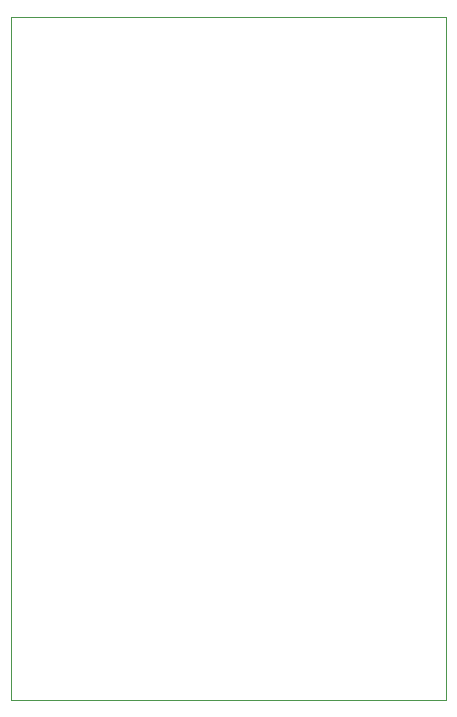
<source format=gm1>
%TF.GenerationSoftware,KiCad,Pcbnew,6.0.0-d3dd2cf0fa~116~ubuntu20.04.1*%
%TF.CreationDate,2022-01-26T23:02:35+01:00*%
%TF.ProjectId,han_to_wifi_board,68616e5f-746f-45f7-9769-66695f626f61,rev?*%
%TF.SameCoordinates,Original*%
%TF.FileFunction,Profile,NP*%
%FSLAX46Y46*%
G04 Gerber Fmt 4.6, Leading zero omitted, Abs format (unit mm)*
G04 Created by KiCad (PCBNEW 6.0.0-d3dd2cf0fa~116~ubuntu20.04.1) date 2022-01-26 23:02:35*
%MOMM*%
%LPD*%
G01*
G04 APERTURE LIST*
%TA.AperFunction,Profile*%
%ADD10C,0.050000*%
%TD*%
G04 APERTURE END LIST*
D10*
X111125000Y-93345000D02*
X147955000Y-93345000D01*
X147955000Y-93345000D02*
X147955000Y-151130000D01*
X147955000Y-151130000D02*
X111125000Y-151130000D01*
X111125000Y-151130000D02*
X111125000Y-93345000D01*
M02*

</source>
